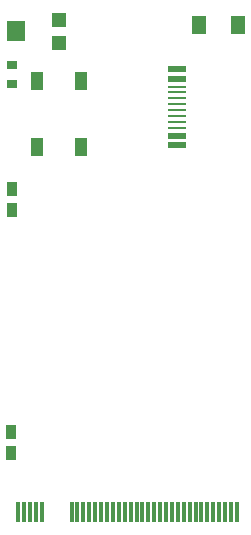
<source format=gbr>
%TF.GenerationSoftware,Altium Limited,Altium Designer,19.0.4 (130)*%
G04 Layer_Color=8421504*
%FSLAX26Y26*%
%MOIN*%
%TF.FileFunction,Paste,Top*%
%TF.Part,Single*%
G01*
G75*
%TA.AperFunction,SMDPad,CuDef*%
%ADD12R,0.037992X0.031496*%
%ADD13R,0.047244X0.059055*%
%ADD14R,0.039370X0.062992*%
%ADD15R,0.051181X0.047244*%
%ADD16R,0.062992X0.066929*%
%TA.AperFunction,ConnectorPad*%
%ADD17R,0.013386X0.070866*%
%TA.AperFunction,SMDPad,CuDef*%
%ADD18R,0.035000X0.050000*%
%ADD19R,0.059055X0.009800*%
%ADD20R,0.059055X0.009900*%
%TA.AperFunction,ConnectorPad*%
%ADD21R,0.059055X0.019700*%
D12*
X3285000Y2564968D02*
D03*
Y2501976D02*
D03*
D13*
X3907000Y2697000D02*
D03*
X4037000D02*
D03*
D14*
X3368000Y2291000D02*
D03*
Y2511472D02*
D03*
X3513668Y2291000D02*
D03*
Y2511472D02*
D03*
D15*
X3439866Y2715370D02*
D03*
Y2636630D02*
D03*
D16*
X3298134Y2676000D02*
D03*
D17*
X3935598Y1074998D02*
D03*
X3384415Y1074999D02*
D03*
X3364720Y1074996D02*
D03*
X3345045Y1074999D02*
D03*
X3325350Y1074996D02*
D03*
X3305675Y1074999D02*
D03*
X3522210Y1075004D02*
D03*
X3502515Y1075001D02*
D03*
X3482840Y1075004D02*
D03*
X4034011Y1075005D02*
D03*
X4014336Y1075000D02*
D03*
X3994641Y1075005D02*
D03*
X3974966Y1075000D02*
D03*
X3955271Y1075005D02*
D03*
X3640320Y1075004D02*
D03*
X3620625Y1075001D02*
D03*
X3600950Y1075004D02*
D03*
X3581255Y1075001D02*
D03*
X3561580Y1075004D02*
D03*
X3541885Y1075001D02*
D03*
X3915899Y1075003D02*
D03*
X3896226Y1075000D02*
D03*
X3876531Y1075005D02*
D03*
X3856856Y1075000D02*
D03*
X3837161Y1075005D02*
D03*
X3817486Y1075000D02*
D03*
X3778106D02*
D03*
X3797801Y1074995D02*
D03*
X3738736Y1075000D02*
D03*
X3758431Y1074995D02*
D03*
X3699366Y1075000D02*
D03*
X3719061Y1075005D02*
D03*
X3679691Y1074995D02*
D03*
X3659995Y1075001D02*
D03*
D18*
X3283495Y2080000D02*
D03*
Y2150000D02*
D03*
X3281744Y1270005D02*
D03*
Y1340005D02*
D03*
D19*
X3834261Y2413160D02*
D03*
Y2432860D02*
D03*
Y2452560D02*
D03*
Y2393460D02*
D03*
D20*
Y2472210D02*
D03*
Y2491910D02*
D03*
Y2373810D02*
D03*
Y2354110D02*
D03*
D21*
Y2328510D02*
D03*
Y2297010D02*
D03*
Y2549010D02*
D03*
Y2517510D02*
D03*
%TF.MD5,e65f88e3459abf165552e6a64c612ee4*%
M02*

</source>
